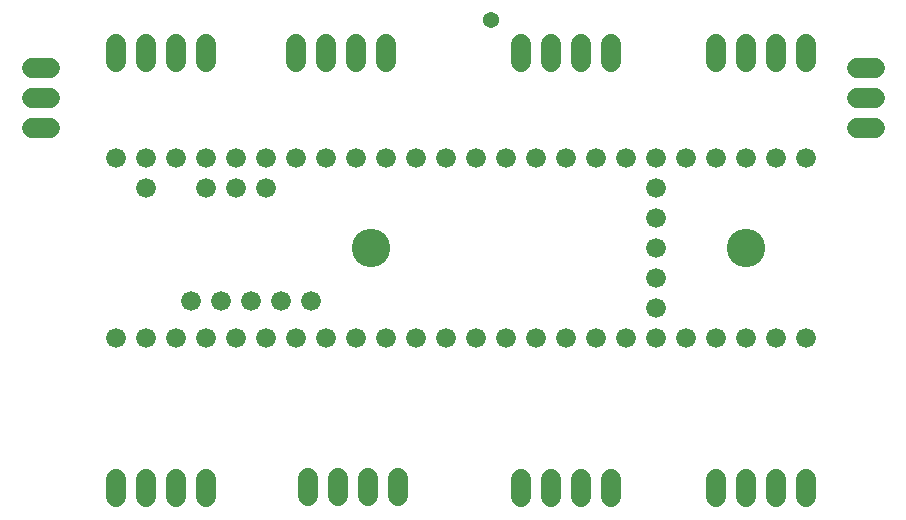
<source format=gts>
G75*
%MOIN*%
%OFA0B0*%
%FSLAX25Y25*%
%IPPOS*%
%LPD*%
%AMOC8*
5,1,8,0,0,1.08239X$1,22.5*
%
%ADD10C,0.12800*%
%ADD11C,0.06800*%
%ADD12C,0.06600*%
%ADD13C,0.05400*%
D10*
X0176300Y0146300D03*
X0301300Y0146300D03*
D11*
X0091300Y0069300D02*
X0091300Y0063300D01*
X0101300Y0063300D02*
X0101300Y0069300D01*
X0111300Y0069300D02*
X0111300Y0063300D01*
X0121300Y0063300D02*
X0121300Y0069300D01*
X0155300Y0069800D02*
X0155300Y0063800D01*
X0165300Y0063800D02*
X0165300Y0069800D01*
X0175300Y0069800D02*
X0175300Y0063800D01*
X0185300Y0063800D02*
X0185300Y0069800D01*
X0226300Y0069300D02*
X0226300Y0063300D01*
X0236300Y0063300D02*
X0236300Y0069300D01*
X0246300Y0069300D02*
X0246300Y0063300D01*
X0256300Y0063300D02*
X0256300Y0069300D01*
X0291300Y0069300D02*
X0291300Y0063300D01*
X0301300Y0063300D02*
X0301300Y0069300D01*
X0311300Y0069300D02*
X0311300Y0063300D01*
X0321300Y0063300D02*
X0321300Y0069300D01*
X0338300Y0186300D02*
X0344300Y0186300D01*
X0344300Y0196300D02*
X0338300Y0196300D01*
X0338300Y0206300D02*
X0344300Y0206300D01*
X0321300Y0208300D02*
X0321300Y0214300D01*
X0311300Y0214300D02*
X0311300Y0208300D01*
X0301300Y0208300D02*
X0301300Y0214300D01*
X0291300Y0214300D02*
X0291300Y0208300D01*
X0256300Y0208300D02*
X0256300Y0214300D01*
X0246300Y0214300D02*
X0246300Y0208300D01*
X0236300Y0208300D02*
X0236300Y0214300D01*
X0226300Y0214300D02*
X0226300Y0208300D01*
X0181300Y0208300D02*
X0181300Y0214300D01*
X0171300Y0214300D02*
X0171300Y0208300D01*
X0161300Y0208300D02*
X0161300Y0214300D01*
X0151300Y0214300D02*
X0151300Y0208300D01*
X0121300Y0208300D02*
X0121300Y0214300D01*
X0111300Y0214300D02*
X0111300Y0208300D01*
X0101300Y0208300D02*
X0101300Y0214300D01*
X0091300Y0214300D02*
X0091300Y0208300D01*
X0069300Y0206300D02*
X0063300Y0206300D01*
X0063300Y0196300D02*
X0069300Y0196300D01*
X0069300Y0186300D02*
X0063300Y0186300D01*
D12*
X0091300Y0176300D03*
X0101300Y0176300D03*
X0111300Y0176300D03*
X0121300Y0176300D03*
X0131300Y0176300D03*
X0131300Y0166300D03*
X0121300Y0166300D03*
X0101300Y0166300D03*
X0141300Y0166300D03*
X0141300Y0176300D03*
X0151300Y0176300D03*
X0161300Y0176300D03*
X0171300Y0176300D03*
X0181300Y0176300D03*
X0191300Y0176300D03*
X0201300Y0176300D03*
X0211300Y0176300D03*
X0221300Y0176300D03*
X0231300Y0176300D03*
X0241300Y0176300D03*
X0251300Y0176300D03*
X0261300Y0176300D03*
X0271300Y0176300D03*
X0271300Y0166300D03*
X0281300Y0176300D03*
X0291300Y0176300D03*
X0301300Y0176300D03*
X0311300Y0176300D03*
X0321300Y0176300D03*
X0271300Y0156300D03*
X0271300Y0146300D03*
X0271300Y0136300D03*
X0271300Y0126300D03*
X0271300Y0116300D03*
X0261300Y0116300D03*
X0251300Y0116300D03*
X0241300Y0116300D03*
X0231300Y0116300D03*
X0221300Y0116300D03*
X0211300Y0116300D03*
X0201300Y0116300D03*
X0191300Y0116300D03*
X0181300Y0116300D03*
X0171300Y0116300D03*
X0161300Y0116300D03*
X0151300Y0116300D03*
X0141300Y0116300D03*
X0131300Y0116300D03*
X0121300Y0116300D03*
X0111300Y0116300D03*
X0101300Y0116300D03*
X0091300Y0116300D03*
X0116300Y0128800D03*
X0126300Y0128800D03*
X0136300Y0128800D03*
X0146300Y0128800D03*
X0156300Y0128800D03*
X0281300Y0116300D03*
X0291300Y0116300D03*
X0301300Y0116300D03*
X0311300Y0116300D03*
X0321300Y0116300D03*
D13*
X0216300Y0222300D03*
M02*

</source>
